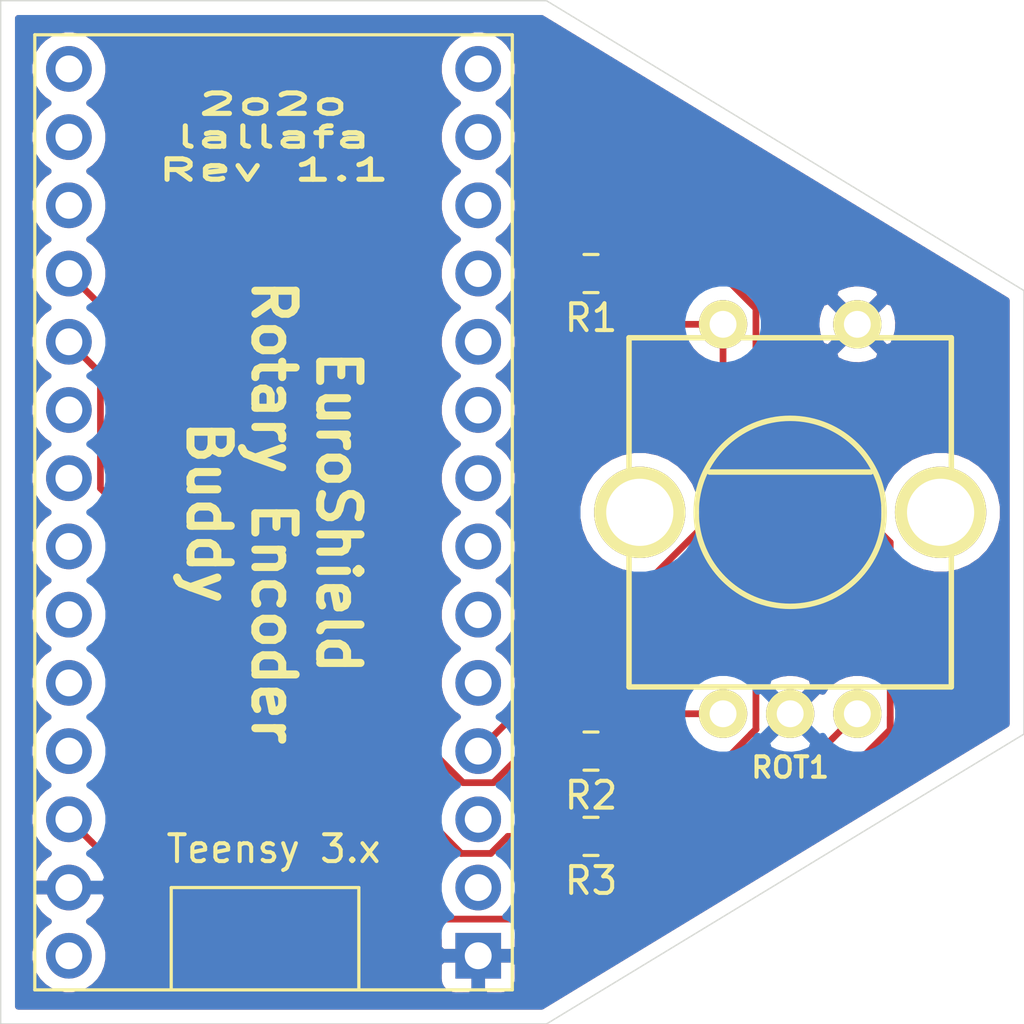
<source format=kicad_pcb>
(kicad_pcb (version 20171130) (host pcbnew "(5.1.5-0-10_14)")

  (general
    (thickness 1.6)
    (drawings 16)
    (tracks 51)
    (zones 0)
    (modules 6)
    (nets 28)
  )

  (page A4)
  (layers
    (0 F.Cu signal hide)
    (31 B.Cu signal hide)
    (32 B.Adhes user hide)
    (33 F.Adhes user hide)
    (34 B.Paste user hide)
    (35 F.Paste user hide)
    (36 B.SilkS user hide)
    (37 F.SilkS user)
    (38 B.Mask user hide)
    (39 F.Mask user hide)
    (40 Dwgs.User user hide)
    (41 Cmts.User user hide)
    (42 Eco1.User user hide)
    (43 Eco2.User user hide)
    (44 Edge.Cuts user)
    (45 Margin user hide)
    (46 B.CrtYd user hide)
    (47 F.CrtYd user hide)
    (48 B.Fab user hide)
    (49 F.Fab user hide)
  )

  (setup
    (last_trace_width 0.25)
    (trace_clearance 0.2)
    (zone_clearance 0.508)
    (zone_45_only no)
    (trace_min 0.2)
    (via_size 0.8)
    (via_drill 0.4)
    (via_min_size 0.4)
    (via_min_drill 0.3)
    (uvia_size 0.3)
    (uvia_drill 0.1)
    (uvias_allowed no)
    (uvia_min_size 0.2)
    (uvia_min_drill 0.1)
    (edge_width 0.05)
    (segment_width 0.2)
    (pcb_text_width 0.3)
    (pcb_text_size 1.5 1.5)
    (mod_edge_width 0.12)
    (mod_text_size 1 1)
    (mod_text_width 0.15)
    (pad_size 1.15 1.4)
    (pad_drill 0)
    (pad_to_mask_clearance 0.051)
    (solder_mask_min_width 0.25)
    (aux_axis_origin 0 0)
    (visible_elements FFFFFF7F)
    (pcbplotparams
      (layerselection 0x010fc_ffffffff)
      (usegerberextensions false)
      (usegerberattributes false)
      (usegerberadvancedattributes false)
      (creategerberjobfile false)
      (excludeedgelayer true)
      (linewidth 0.100000)
      (plotframeref false)
      (viasonmask false)
      (mode 1)
      (useauxorigin false)
      (hpglpennumber 1)
      (hpglpenspeed 20)
      (hpglpendiameter 15.000000)
      (psnegative false)
      (psa4output false)
      (plotreference true)
      (plotvalue true)
      (plotinvisibletext false)
      (padsonsilk false)
      (subtractmaskfromsilk false)
      (outputformat 1)
      (mirror false)
      (drillshape 0)
      (scaleselection 1)
      (outputdirectory "gerber/"))
  )

  (net 0 "")
  (net 1 /MISO)
  (net 2 /MCLK)
  (net 3 /CS)
  (net 4 /BCLK)
  (net 5 /DSP_RST)
  (net 6 /MOSI)
  (net 7 /LED4)
  (net 8 /LED3)
  (net 9 /LED2)
  (net 10 /LED1)
  (net 11 /BUTTON)
  (net 12 /MIDI_OUT)
  (net 13 /MIDI_IN)
  (net 14 /DOUT)
  (net 15 /SCK)
  (net 16 /DSP_C_S)
  (net 17 /ENC_B)
  (net 18 /ENC_A)
  (net 19 /SDA)
  (net 20 /SCL)
  (net 21 /UP_POT)
  (net 22 /LO_POT)
  (net 23 /DIN)
  (net 24 /LRCLK)
  (net 25 /VIN)
  (net 26 GND)
  (net 27 +3V3)

  (net_class Default "Dies ist die voreingestellte Netzklasse."
    (clearance 0.2)
    (trace_width 0.25)
    (via_dia 0.8)
    (via_drill 0.4)
    (uvia_dia 0.3)
    (uvia_drill 0.1)
    (add_net +3V3)
    (add_net /BCLK)
    (add_net /BUTTON)
    (add_net /CS)
    (add_net /DIN)
    (add_net /DOUT)
    (add_net /DSP_C_S)
    (add_net /DSP_RST)
    (add_net /ENC_A)
    (add_net /ENC_B)
    (add_net /LED1)
    (add_net /LED2)
    (add_net /LED3)
    (add_net /LED4)
    (add_net /LO_POT)
    (add_net /LRCLK)
    (add_net /MCLK)
    (add_net /MIDI_IN)
    (add_net /MIDI_OUT)
    (add_net /MISO)
    (add_net /MOSI)
    (add_net /SCK)
    (add_net /SCL)
    (add_net /SDA)
    (add_net /UP_POT)
    (add_net /VIN)
    (add_net GND)
  )

  (module Resistor_SMD:R_0805_2012Metric_Pad1.15x1.40mm_HandSolder (layer F.Cu) (tedit 5B36C52B) (tstamp 5F80C823)
    (at 154.06 99.695 180)
    (descr "Resistor SMD 0805 (2012 Metric), square (rectangular) end terminal, IPC_7351 nominal with elongated pad for handsoldering. (Body size source: https://docs.google.com/spreadsheets/d/1BsfQQcO9C6DZCsRaXUlFlo91Tg2WpOkGARC1WS5S8t0/edit?usp=sharing), generated with kicad-footprint-generator")
    (tags "resistor handsolder")
    (path /5F70B646)
    (attr smd)
    (fp_text reference R3 (at 0 -1.65) (layer F.SilkS)
      (effects (font (size 1 1) (thickness 0.15)))
    )
    (fp_text value 1K (at 0 1.65) (layer F.Fab)
      (effects (font (size 1 1) (thickness 0.15)))
    )
    (fp_text user %R (at 0 0) (layer F.Fab)
      (effects (font (size 0.5 0.5) (thickness 0.08)))
    )
    (fp_line (start 1.85 0.95) (end -1.85 0.95) (layer F.CrtYd) (width 0.05))
    (fp_line (start 1.85 -0.95) (end 1.85 0.95) (layer F.CrtYd) (width 0.05))
    (fp_line (start -1.85 -0.95) (end 1.85 -0.95) (layer F.CrtYd) (width 0.05))
    (fp_line (start -1.85 0.95) (end -1.85 -0.95) (layer F.CrtYd) (width 0.05))
    (fp_line (start -0.261252 0.71) (end 0.261252 0.71) (layer F.SilkS) (width 0.12))
    (fp_line (start -0.261252 -0.71) (end 0.261252 -0.71) (layer F.SilkS) (width 0.12))
    (fp_line (start 1 0.6) (end -1 0.6) (layer F.Fab) (width 0.1))
    (fp_line (start 1 -0.6) (end 1 0.6) (layer F.Fab) (width 0.1))
    (fp_line (start -1 -0.6) (end 1 -0.6) (layer F.Fab) (width 0.1))
    (fp_line (start -1 0.6) (end -1 -0.6) (layer F.Fab) (width 0.1))
    (pad 2 smd roundrect (at 1.025 0 180) (size 1.15 1.4) (layers F.Cu F.Paste F.Mask) (roundrect_rratio 0.217391)
      (net 18 /ENC_A))
    (pad 1 smd roundrect (at -1.025 0 180) (size 1.15 1.4) (layers F.Cu F.Paste F.Mask) (roundrect_rratio 0.217391)
      (net 27 +3V3))
    (model ${KISYS3DMOD}/Resistor_SMD.3dshapes/R_0805_2012Metric.wrl
      (at (xyz 0 0 0))
      (scale (xyz 1 1 1))
      (rotate (xyz 0 0 0))
    )
  )

  (module Connector_PinHeader_2.54mm:PinHeader_1x14_P2.54mm_Vertical_NoSilk (layer F.Cu) (tedit 5F5D18D8) (tstamp 5F84142A)
    (at 149.86 104.14 180)
    (descr "Through hole straight pin header, 1x14, 2.54mm pitch, single row")
    (tags "Through hole pin header THT 1x14 2.54mm single row")
    (path /5F5FF9D8)
    (fp_text reference J1 (at 0 -2.33) (layer F.SilkS) hide
      (effects (font (size 1 1) (thickness 0.15)))
    )
    (fp_text value T3_Left (at 0 35.35) (layer F.Fab) hide
      (effects (font (size 1 1) (thickness 0.15)))
    )
    (fp_line (start -0.635 -1.27) (end 1.27 -1.27) (layer F.Fab) (width 0.1))
    (fp_line (start 1.27 -1.27) (end 1.27 34.29) (layer F.Fab) (width 0.1))
    (fp_line (start 1.27 34.29) (end -1.27 34.29) (layer F.Fab) (width 0.1))
    (fp_line (start -1.27 34.29) (end -1.27 -0.635) (layer F.Fab) (width 0.1))
    (fp_line (start -1.27 -0.635) (end -0.635 -1.27) (layer F.Fab) (width 0.1))
    (fp_line (start -1.8 -1.8) (end -1.8 34.8) (layer F.CrtYd) (width 0.05))
    (fp_line (start -1.8 34.8) (end 1.8 34.8) (layer F.CrtYd) (width 0.05))
    (fp_line (start 1.8 34.8) (end 1.8 -1.8) (layer F.CrtYd) (width 0.05))
    (fp_line (start 1.8 -1.8) (end -1.8 -1.8) (layer F.CrtYd) (width 0.05))
    (fp_text user %R (at 0 16.51 90) (layer F.Fab)
      (effects (font (size 1 1) (thickness 0.15)))
    )
    (pad 1 thru_hole rect (at 0 0 180) (size 1.7 1.7) (drill 1) (layers *.Cu *.Mask)
      (net 26 GND))
    (pad 2 thru_hole oval (at 0 2.54 180) (size 1.7 1.7) (drill 1) (layers *.Cu *.Mask)
      (net 13 /MIDI_IN))
    (pad 3 thru_hole oval (at 0 5.08 180) (size 1.7 1.7) (drill 1) (layers *.Cu *.Mask)
      (net 12 /MIDI_OUT))
    (pad 4 thru_hole oval (at 0 7.62 180) (size 1.7 1.7) (drill 1) (layers *.Cu *.Mask)
      (net 11 /BUTTON))
    (pad 5 thru_hole oval (at 0 10.16 180) (size 1.7 1.7) (drill 1) (layers *.Cu *.Mask)
      (net 10 /LED1))
    (pad 6 thru_hole oval (at 0 12.7 180) (size 1.7 1.7) (drill 1) (layers *.Cu *.Mask)
      (net 9 /LED2))
    (pad 7 thru_hole oval (at 0 15.24 180) (size 1.7 1.7) (drill 1) (layers *.Cu *.Mask)
      (net 8 /LED3))
    (pad 8 thru_hole oval (at 0 17.78 180) (size 1.7 1.7) (drill 1) (layers *.Cu *.Mask)
      (net 7 /LED4))
    (pad 9 thru_hole oval (at 0 20.32 180) (size 1.7 1.7) (drill 1) (layers *.Cu *.Mask)
      (net 6 /MOSI))
    (pad 10 thru_hole oval (at 0 22.86 180) (size 1.7 1.7) (drill 1) (layers *.Cu *.Mask)
      (net 5 /DSP_RST))
    (pad 11 thru_hole oval (at 0 25.4 180) (size 1.7 1.7) (drill 1) (layers *.Cu *.Mask)
      (net 4 /BCLK))
    (pad 12 thru_hole oval (at 0 27.94 180) (size 1.7 1.7) (drill 1) (layers *.Cu *.Mask)
      (net 3 /CS))
    (pad 13 thru_hole oval (at 0 30.48 180) (size 1.7 1.7) (drill 1) (layers *.Cu *.Mask)
      (net 2 /MCLK))
    (pad 14 thru_hole oval (at 0 33.02 180) (size 1.7 1.7) (drill 1) (layers *.Cu *.Mask)
      (net 1 /MISO))
    (model ${KISYS3DMOD}/Connector_PinHeader_2.54mm.3dshapes/PinHeader_1x14_P2.54mm_Vertical.wrl
      (at (xyz 0 0 0))
      (scale (xyz 1 1 1))
      (rotate (xyz 0 0 0))
    )
  )

  (module cvparts:Rotary_Encoder_PEC12R-3220F-S0024 (layer F.Cu) (tedit 5F80B6DB) (tstamp 5F70D7AA)
    (at 161.474999 87.63)
    (path /5F6FE17E)
    (fp_text reference ROT1 (at 0 9.5) (layer F.SilkS)
      (effects (font (size 0.762 0.762) (thickness 0.1524)))
    )
    (fp_text value ROTARY-ENCODER (at 0 0) (layer F.SilkS) hide
      (effects (font (size 0.762 0.762) (thickness 0.1524)))
    )
    (fp_line (start 6 -6.5) (end 6 6.5) (layer F.SilkS) (width 0.2032))
    (fp_line (start -6 -6.5) (end 6 -6.5) (layer F.SilkS) (width 0.2032))
    (fp_line (start -6 6.5) (end -6 -6.5) (layer F.SilkS) (width 0.2032))
    (fp_line (start 6 6.5) (end -6 6.5) (layer F.SilkS) (width 0.2032))
    (fp_circle (center 0 0) (end 3.5 0) (layer F.SilkS) (width 0.2032))
    (fp_line (start 3 -1.5) (end -3 -1.5) (layer F.SilkS) (width 0.2032))
    (pad "" thru_hole circle (at -5.6 0) (size 3.4 3.4) (drill 2.5) (layers *.Cu *.Mask F.SilkS))
    (pad "" thru_hole circle (at 5.6 0) (size 3.4 3.4) (drill 2.5) (layers *.Cu *.Mask F.SilkS))
    (pad 5 thru_hole circle (at 2.5 -7) (size 1.8 1.8) (drill 1) (layers *.Cu *.Mask F.SilkS)
      (net 26 GND))
    (pad 4 thru_hole circle (at 2.5 7.5) (size 1.8 1.8) (drill 1) (layers *.Cu *.Mask F.SilkS)
      (net 18 /ENC_A))
    (pad 3 thru_hole circle (at 0 7.5) (size 1.8 1.8) (drill 1) (layers *.Cu *.Mask F.SilkS)
      (net 26 GND))
    (pad 2 thru_hole circle (at -2.5 7.5) (size 1.8 1.8) (drill 1) (layers *.Cu *.Mask F.SilkS)
      (net 17 /ENC_B))
    (pad 1 thru_hole circle (at -2.5 -7) (size 1.8 1.8) (drill 1) (layers *.Cu *.Mask F.SilkS)
      (net 11 /BUTTON))
  )

  (module Connector_PinHeader_2.54mm:PinHeader_1x14_P2.54mm_Vertical_NoSilk_NoPin1 (layer F.Cu) (tedit 5F5D18B6) (tstamp 5F5F7A6B)
    (at 134.62 104.14 180)
    (descr "Through hole straight pin header, 1x14, 2.54mm pitch, single row")
    (tags "Through hole pin header THT 1x14 2.54mm single row")
    (path /5F601FF7)
    (fp_text reference J2 (at 0 -2.33) (layer F.SilkS) hide
      (effects (font (size 1 1) (thickness 0.15)))
    )
    (fp_text value T3_Right (at 0 35.35) (layer F.Fab)
      (effects (font (size 1 1) (thickness 0.15)))
    )
    (fp_text user %R (at 0 16.51 90) (layer F.Fab)
      (effects (font (size 1 1) (thickness 0.15)))
    )
    (fp_line (start 1.8 -1.8) (end -1.8 -1.8) (layer F.CrtYd) (width 0.05))
    (fp_line (start 1.8 34.8) (end 1.8 -1.8) (layer F.CrtYd) (width 0.05))
    (fp_line (start -1.8 34.8) (end 1.8 34.8) (layer F.CrtYd) (width 0.05))
    (fp_line (start -1.8 -1.8) (end -1.8 34.8) (layer F.CrtYd) (width 0.05))
    (fp_line (start -1.27 -0.635) (end -0.635 -1.27) (layer F.Fab) (width 0.1))
    (fp_line (start -1.27 34.29) (end -1.27 -0.635) (layer F.Fab) (width 0.1))
    (fp_line (start 1.27 34.29) (end -1.27 34.29) (layer F.Fab) (width 0.1))
    (fp_line (start 1.27 -1.27) (end 1.27 34.29) (layer F.Fab) (width 0.1))
    (fp_line (start -0.635 -1.27) (end 1.27 -1.27) (layer F.Fab) (width 0.1))
    (pad 14 thru_hole oval (at 0 33.02 180) (size 1.7 1.7) (drill 1) (layers *.Cu *.Mask)
      (net 14 /DOUT))
    (pad 13 thru_hole oval (at 0 30.48 180) (size 1.7 1.7) (drill 1) (layers *.Cu *.Mask)
      (net 15 /SCK))
    (pad 12 thru_hole oval (at 0 27.94 180) (size 1.7 1.7) (drill 1) (layers *.Cu *.Mask)
      (net 16 /DSP_C_S))
    (pad 11 thru_hole oval (at 0 25.4 180) (size 1.7 1.7) (drill 1) (layers *.Cu *.Mask)
      (net 17 /ENC_B))
    (pad 10 thru_hole oval (at 0 22.86 180) (size 1.7 1.7) (drill 1) (layers *.Cu *.Mask)
      (net 18 /ENC_A))
    (pad 9 thru_hole oval (at 0 20.32 180) (size 1.7 1.7) (drill 1) (layers *.Cu *.Mask)
      (net 19 /SDA))
    (pad 8 thru_hole oval (at 0 17.78 180) (size 1.7 1.7) (drill 1) (layers *.Cu *.Mask)
      (net 20 /SCL))
    (pad 7 thru_hole oval (at 0 15.24 180) (size 1.7 1.7) (drill 1) (layers *.Cu *.Mask)
      (net 21 /UP_POT))
    (pad 6 thru_hole oval (at 0 12.7 180) (size 1.7 1.7) (drill 1) (layers *.Cu *.Mask)
      (net 22 /LO_POT))
    (pad 5 thru_hole oval (at 0 10.16 180) (size 1.7 1.7) (drill 1) (layers *.Cu *.Mask)
      (net 23 /DIN))
    (pad 4 thru_hole oval (at 0 7.62 180) (size 1.7 1.7) (drill 1) (layers *.Cu *.Mask)
      (net 24 /LRCLK))
    (pad 3 thru_hole oval (at 0 5.08 180) (size 1.7 1.7) (drill 1) (layers *.Cu *.Mask)
      (net 27 +3V3))
    (pad 2 thru_hole oval (at 0 2.54 180) (size 1.7 1.7) (drill 1) (layers *.Cu *.Mask)
      (net 26 GND))
    (pad 1 thru_hole oval (at 0 0 180) (size 1.7 1.7) (drill 1) (layers *.Cu *.Mask)
      (net 25 /VIN))
    (model ${KISYS3DMOD}/Connector_PinHeader_2.54mm.3dshapes/PinHeader_1x14_P2.54mm_Vertical.wrl
      (at (xyz 0 0 0))
      (scale (xyz 1 1 1))
      (rotate (xyz 0 0 0))
    )
  )

  (module Resistor_SMD:R_0805_2012Metric_Pad1.15x1.40mm_HandSolder (layer F.Cu) (tedit 5B36C52B) (tstamp 5F80C4F6)
    (at 154.06 96.52 180)
    (descr "Resistor SMD 0805 (2012 Metric), square (rectangular) end terminal, IPC_7351 nominal with elongated pad for handsoldering. (Body size source: https://docs.google.com/spreadsheets/d/1BsfQQcO9C6DZCsRaXUlFlo91Tg2WpOkGARC1WS5S8t0/edit?usp=sharing), generated with kicad-footprint-generator")
    (tags "resistor handsolder")
    (path /5F70B0D5)
    (attr smd)
    (fp_text reference R2 (at 0 -1.65) (layer F.SilkS)
      (effects (font (size 1 1) (thickness 0.15)))
    )
    (fp_text value 1K (at 0 1.65) (layer F.Fab)
      (effects (font (size 1 1) (thickness 0.15)))
    )
    (fp_text user %R (at 0 0) (layer F.Fab)
      (effects (font (size 0.5 0.5) (thickness 0.08)))
    )
    (fp_line (start 1.85 0.95) (end -1.85 0.95) (layer F.CrtYd) (width 0.05))
    (fp_line (start 1.85 -0.95) (end 1.85 0.95) (layer F.CrtYd) (width 0.05))
    (fp_line (start -1.85 -0.95) (end 1.85 -0.95) (layer F.CrtYd) (width 0.05))
    (fp_line (start -1.85 0.95) (end -1.85 -0.95) (layer F.CrtYd) (width 0.05))
    (fp_line (start -0.261252 0.71) (end 0.261252 0.71) (layer F.SilkS) (width 0.12))
    (fp_line (start -0.261252 -0.71) (end 0.261252 -0.71) (layer F.SilkS) (width 0.12))
    (fp_line (start 1 0.6) (end -1 0.6) (layer F.Fab) (width 0.1))
    (fp_line (start 1 -0.6) (end 1 0.6) (layer F.Fab) (width 0.1))
    (fp_line (start -1 -0.6) (end 1 -0.6) (layer F.Fab) (width 0.1))
    (fp_line (start -1 0.6) (end -1 -0.6) (layer F.Fab) (width 0.1))
    (pad 2 smd roundrect (at 1.025 0 180) (size 1.15 1.4) (layers F.Cu F.Paste F.Mask) (roundrect_rratio 0.217391)
      (net 17 /ENC_B))
    (pad 1 smd roundrect (at -1.025 0 180) (size 1.15 1.4) (layers F.Cu F.Paste F.Mask) (roundrect_rratio 0.217391)
      (net 27 +3V3))
    (model ${KISYS3DMOD}/Resistor_SMD.3dshapes/R_0805_2012Metric.wrl
      (at (xyz 0 0 0))
      (scale (xyz 1 1 1))
      (rotate (xyz 0 0 0))
    )
  )

  (module Resistor_SMD:R_0805_2012Metric_Pad1.15x1.40mm_HandSolder (layer F.Cu) (tedit 5B36C52B) (tstamp 5F70D777)
    (at 154.06 78.74 180)
    (descr "Resistor SMD 0805 (2012 Metric), square (rectangular) end terminal, IPC_7351 nominal with elongated pad for handsoldering. (Body size source: https://docs.google.com/spreadsheets/d/1BsfQQcO9C6DZCsRaXUlFlo91Tg2WpOkGARC1WS5S8t0/edit?usp=sharing), generated with kicad-footprint-generator")
    (tags "resistor handsolder")
    (path /5F70A1D6)
    (attr smd)
    (fp_text reference R1 (at 0 -1.65) (layer F.SilkS)
      (effects (font (size 1 1) (thickness 0.15)))
    )
    (fp_text value 1K (at 0 1.65) (layer F.Fab)
      (effects (font (size 1 1) (thickness 0.15)))
    )
    (fp_text user %R (at 0 0) (layer F.Fab)
      (effects (font (size 0.5 0.5) (thickness 0.08)))
    )
    (fp_line (start 1.85 0.95) (end -1.85 0.95) (layer F.CrtYd) (width 0.05))
    (fp_line (start 1.85 -0.95) (end 1.85 0.95) (layer F.CrtYd) (width 0.05))
    (fp_line (start -1.85 -0.95) (end 1.85 -0.95) (layer F.CrtYd) (width 0.05))
    (fp_line (start -1.85 0.95) (end -1.85 -0.95) (layer F.CrtYd) (width 0.05))
    (fp_line (start -0.261252 0.71) (end 0.261252 0.71) (layer F.SilkS) (width 0.12))
    (fp_line (start -0.261252 -0.71) (end 0.261252 -0.71) (layer F.SilkS) (width 0.12))
    (fp_line (start 1 0.6) (end -1 0.6) (layer F.Fab) (width 0.1))
    (fp_line (start 1 -0.6) (end 1 0.6) (layer F.Fab) (width 0.1))
    (fp_line (start -1 -0.6) (end 1 -0.6) (layer F.Fab) (width 0.1))
    (fp_line (start -1 0.6) (end -1 -0.6) (layer F.Fab) (width 0.1))
    (pad 2 smd roundrect (at 1.025 0 180) (size 1.15 1.4) (layers F.Cu F.Paste F.Mask) (roundrect_rratio 0.217391)
      (net 11 /BUTTON))
    (pad 1 smd roundrect (at -1.025 0 180) (size 1.15 1.4) (layers F.Cu F.Paste F.Mask) (roundrect_rratio 0.217391)
      (net 27 +3V3))
    (model ${KISYS3DMOD}/Resistor_SMD.3dshapes/R_0805_2012Metric.wrl
      (at (xyz 0 0 0))
      (scale (xyz 1 1 1))
      (rotate (xyz 0 0 0))
    )
  )

  (gr_line (start 170.18 95.885) (end 152.4 106.68) (layer Edge.Cuts) (width 0.05) (tstamp 5F70D938))
  (gr_line (start 170.18 79.375) (end 170.18 95.885) (layer Edge.Cuts) (width 0.05))
  (gr_line (start 152.4 68.58) (end 170.18 79.375) (layer Edge.Cuts) (width 0.05))
  (gr_text "2o2o\nlallafa\nRev 1.1\n" (at 142.24 73.66) (layer F.SilkS)
    (effects (font (size 0.762 1.5) (thickness 0.1905)))
  )
  (gr_text "EuroShield\nRotary Encoder\nBuddy" (at 142.24 87.63 270) (layer F.SilkS)
    (effects (font (size 1.5 1.5) (thickness 0.3)))
  )
  (gr_text "Teensy 3.x\n\n" (at 142.24 100.965) (layer F.SilkS)
    (effects (font (size 1 1) (thickness 0.15)))
  )
  (gr_line (start 138.43 101.6) (end 138.43 105.41) (layer F.SilkS) (width 0.12))
  (gr_line (start 145.415 101.6) (end 138.43 101.6) (layer F.SilkS) (width 0.12))
  (gr_line (start 145.415 105.41) (end 145.415 101.6) (layer F.SilkS) (width 0.12))
  (gr_line (start 151.13 69.85) (end 151.13 105.41) (layer F.SilkS) (width 0.12) (tstamp 5F65406F))
  (gr_line (start 133.35 69.85) (end 151.13 69.85) (layer F.SilkS) (width 0.12))
  (gr_line (start 133.35 105.41) (end 133.35 69.85) (layer F.SilkS) (width 0.12))
  (gr_line (start 151.13 105.41) (end 133.35 105.41) (layer F.SilkS) (width 0.12) (tstamp 5F653CD7))
  (gr_line (start 132.08 106.68) (end 132.08 68.58) (angle 90) (layer Edge.Cuts) (width 0.05))
  (gr_line (start 152.4 106.68) (end 132.08 106.68) (angle 90) (layer Edge.Cuts) (width 0.05))
  (gr_line (start 132.08 68.58) (end 152.4 68.58) (angle 90) (layer Edge.Cuts) (width 0.05))

  (segment (start 158.974999 87.405001) (end 149.86 96.52) (width 0.25) (layer F.Cu) (net 11))
  (segment (start 158.974999 80.63) (end 158.974999 87.405001) (width 0.25) (layer F.Cu) (net 11))
  (segment (start 153.035 79.44) (end 153.035 78.74) (width 0.25) (layer F.Cu) (net 11))
  (segment (start 154.225 80.63) (end 153.035 79.44) (width 0.25) (layer F.Cu) (net 11))
  (segment (start 158.974999 80.63) (end 154.225 80.63) (width 0.25) (layer F.Cu) (net 11))
  (segment (start 151.599002 96.52) (end 153.035 96.52) (width 0.25) (layer F.Cu) (net 17))
  (segment (start 150.424001 97.695001) (end 151.599002 96.52) (width 0.25) (layer F.Cu) (net 17))
  (segment (start 149.295999 97.695001) (end 150.424001 97.695001) (width 0.25) (layer F.Cu) (net 17))
  (segment (start 136.245011 84.644013) (end 149.295999 97.695001) (width 0.25) (layer F.Cu) (net 17))
  (segment (start 136.245011 80.365011) (end 136.245011 84.644013) (width 0.25) (layer F.Cu) (net 17))
  (segment (start 134.62 78.74) (end 136.245011 80.365011) (width 0.25) (layer F.Cu) (net 17))
  (segment (start 157.702207 95.13) (end 158.974999 95.13) (width 0.25) (layer F.Cu) (net 17))
  (segment (start 153.725 95.13) (end 157.702207 95.13) (width 0.25) (layer F.Cu) (net 17))
  (segment (start 153.035 95.82) (end 153.725 95.13) (width 0.25) (layer F.Cu) (net 17))
  (segment (start 153.035 96.52) (end 153.035 95.82) (width 0.25) (layer F.Cu) (net 17))
  (segment (start 135.795001 82.455001) (end 135.469999 82.129999) (width 0.25) (layer F.Cu) (net 18))
  (segment (start 135.795001 86.734003) (end 135.795001 82.455001) (width 0.25) (layer F.Cu) (net 18))
  (segment (start 135.469999 82.129999) (end 134.62 81.28) (width 0.25) (layer F.Cu) (net 18))
  (segment (start 149.225 100.33) (end 135.795001 86.734003) (width 0.25) (layer F.Cu) (net 18))
  (segment (start 150.964002 99.695) (end 150.329002 100.33) (width 0.25) (layer F.Cu) (net 18))
  (segment (start 150.329002 100.33) (end 149.225 100.33) (width 0.25) (layer F.Cu) (net 18))
  (segment (start 153.035 99.695) (end 150.964002 99.695) (width 0.25) (layer F.Cu) (net 18))
  (segment (start 161.499037 97.605962) (end 163.075 96.029999) (width 0.25) (layer F.Cu) (net 18))
  (segment (start 163.075 96.029999) (end 163.974999 95.13) (width 0.25) (layer F.Cu) (net 18))
  (segment (start 154.424038 97.605962) (end 161.499037 97.605962) (width 0.25) (layer F.Cu) (net 18))
  (segment (start 153.035 98.995) (end 154.424038 97.605962) (width 0.25) (layer F.Cu) (net 18))
  (segment (start 153.035 99.695) (end 153.035 98.995) (width 0.25) (layer F.Cu) (net 18))
  (segment (start 154.94 78.105) (end 154.94 78.805) (width 0.25) (layer F.Cu) (net 27))
  (segment (start 160.2 83.752003) (end 160.2 80.041999) (width 0.25) (layer F.Cu) (net 27))
  (segment (start 165.2 88.752003) (end 160.2 83.752003) (width 0.25) (layer F.Cu) (net 27))
  (segment (start 165.2 95.718001) (end 165.2 88.752003) (width 0.25) (layer F.Cu) (net 27))
  (segment (start 156.845 97.155) (end 158.763001 97.155) (width 0.25) (layer F.Cu) (net 27))
  (segment (start 160.2 83.752003) (end 160.2 95.705) (width 0.25) (layer F.Cu) (net 27))
  (segment (start 160.02 95.885) (end 160.2 95.718001) (width 0.25) (layer F.Cu) (net 27))
  (segment (start 160.2 95.705) (end 160.02 95.885) (width 0.25) (layer F.Cu) (net 27))
  (segment (start 158.763001 97.155) (end 160.02 95.885) (width 0.25) (layer F.Cu) (net 27))
  (segment (start 158.898001 78.74) (end 155.085 78.74) (width 0.25) (layer F.Cu) (net 27))
  (segment (start 160.2 80.041999) (end 158.898001 78.74) (width 0.25) (layer F.Cu) (net 27))
  (segment (start 156.21 96.52) (end 155.085 96.52) (width 0.25) (layer F.Cu) (net 27))
  (segment (start 156.845 97.155) (end 156.21 96.52) (width 0.25) (layer F.Cu) (net 27))
  (segment (start 138.335001 102.775001) (end 135.469999 99.909999) (width 0.25) (layer F.Cu) (net 27))
  (segment (start 135.469999 99.909999) (end 134.62 99.06) (width 0.25) (layer F.Cu) (net 27))
  (segment (start 153.339999 102.775001) (end 138.335001 102.775001) (width 0.25) (layer F.Cu) (net 27))
  (segment (start 155.085 101.03) (end 153.339999 102.775001) (width 0.25) (layer F.Cu) (net 27))
  (segment (start 155.085 99.695) (end 155.085 101.03) (width 0.25) (layer F.Cu) (net 27))
  (segment (start 155.085 99.695) (end 156.845 99.695) (width 0.25) (layer F.Cu) (net 27))
  (segment (start 156.845 99.695) (end 158.115 98.425) (width 0.25) (layer F.Cu) (net 27))
  (segment (start 162.862029 98.055972) (end 165.2 95.718001) (width 0.25) (layer F.Cu) (net 27))
  (segment (start 158.484028 98.055972) (end 162.862029 98.055972) (width 0.25) (layer F.Cu) (net 27))
  (segment (start 165.2 95.718001) (end 165.2 95.25) (width 0.25) (layer F.Cu) (net 27))
  (segment (start 158.115 98.425) (end 158.484028 98.055972) (width 0.25) (layer F.Cu) (net 27))

  (zone (net 26) (net_name GND) (layer F.Cu) (tstamp 0) (hatch edge 0.508)
    (connect_pads (clearance 0.508))
    (min_thickness 0.254)
    (fill yes (arc_segments 32) (thermal_gap 0.508) (thermal_bridge_width 0.508))
    (polygon
      (pts
        (xy 170.18 79.375) (xy 170.18 95.885) (xy 152.4 106.68) (xy 132.08 106.68) (xy 132.08 68.58)
        (xy 152.4 68.58)
      )
    )
    (filled_polygon
      (pts
        (xy 169.52 79.746407) (xy 169.520001 95.513592) (xy 152.21533 106.02) (xy 132.74 106.02) (xy 132.74 70.97374)
        (xy 133.135 70.97374) (xy 133.135 71.26626) (xy 133.192068 71.553158) (xy 133.30401 71.823411) (xy 133.466525 72.066632)
        (xy 133.673368 72.273475) (xy 133.84776 72.39) (xy 133.673368 72.506525) (xy 133.466525 72.713368) (xy 133.30401 72.956589)
        (xy 133.192068 73.226842) (xy 133.135 73.51374) (xy 133.135 73.80626) (xy 133.192068 74.093158) (xy 133.30401 74.363411)
        (xy 133.466525 74.606632) (xy 133.673368 74.813475) (xy 133.84776 74.93) (xy 133.673368 75.046525) (xy 133.466525 75.253368)
        (xy 133.30401 75.496589) (xy 133.192068 75.766842) (xy 133.135 76.05374) (xy 133.135 76.34626) (xy 133.192068 76.633158)
        (xy 133.30401 76.903411) (xy 133.466525 77.146632) (xy 133.673368 77.353475) (xy 133.84776 77.47) (xy 133.673368 77.586525)
        (xy 133.466525 77.793368) (xy 133.30401 78.036589) (xy 133.192068 78.306842) (xy 133.135 78.59374) (xy 133.135 78.88626)
        (xy 133.192068 79.173158) (xy 133.30401 79.443411) (xy 133.466525 79.686632) (xy 133.673368 79.893475) (xy 133.84776 80.01)
        (xy 133.673368 80.126525) (xy 133.466525 80.333368) (xy 133.30401 80.576589) (xy 133.192068 80.846842) (xy 133.135 81.13374)
        (xy 133.135 81.42626) (xy 133.192068 81.713158) (xy 133.30401 81.983411) (xy 133.466525 82.226632) (xy 133.673368 82.433475)
        (xy 133.84776 82.55) (xy 133.673368 82.666525) (xy 133.466525 82.873368) (xy 133.30401 83.116589) (xy 133.192068 83.386842)
        (xy 133.135 83.67374) (xy 133.135 83.96626) (xy 133.192068 84.253158) (xy 133.30401 84.523411) (xy 133.466525 84.766632)
        (xy 133.673368 84.973475) (xy 133.84776 85.09) (xy 133.673368 85.206525) (xy 133.466525 85.413368) (xy 133.30401 85.656589)
        (xy 133.192068 85.926842) (xy 133.135 86.21374) (xy 133.135 86.50626) (xy 133.192068 86.793158) (xy 133.30401 87.063411)
        (xy 133.466525 87.306632) (xy 133.673368 87.513475) (xy 133.84776 87.63) (xy 133.673368 87.746525) (xy 133.466525 87.953368)
        (xy 133.30401 88.196589) (xy 133.192068 88.466842) (xy 133.135 88.75374) (xy 133.135 89.04626) (xy 133.192068 89.333158)
        (xy 133.30401 89.603411) (xy 133.466525 89.846632) (xy 133.673368 90.053475) (xy 133.84776 90.17) (xy 133.673368 90.286525)
        (xy 133.466525 90.493368) (xy 133.30401 90.736589) (xy 133.192068 91.006842) (xy 133.135 91.29374) (xy 133.135 91.58626)
        (xy 133.192068 91.873158) (xy 133.30401 92.143411) (xy 133.466525 92.386632) (xy 133.673368 92.593475) (xy 133.84776 92.71)
        (xy 133.673368 92.826525) (xy 133.466525 93.033368) (xy 133.30401 93.276589) (xy 133.192068 93.546842) (xy 133.135 93.83374)
        (xy 133.135 94.12626) (xy 133.192068 94.413158) (xy 133.30401 94.683411) (xy 133.466525 94.926632) (xy 133.673368 95.133475)
        (xy 133.84776 95.25) (xy 133.673368 95.366525) (xy 133.466525 95.573368) (xy 133.30401 95.816589) (xy 133.192068 96.086842)
        (xy 133.135 96.37374) (xy 133.135 96.66626) (xy 133.192068 96.953158) (xy 133.30401 97.223411) (xy 133.466525 97.466632)
        (xy 133.673368 97.673475) (xy 133.84776 97.79) (xy 133.673368 97.906525) (xy 133.466525 98.113368) (xy 133.30401 98.356589)
        (xy 133.192068 98.626842) (xy 133.135 98.91374) (xy 133.135 99.20626) (xy 133.192068 99.493158) (xy 133.30401 99.763411)
        (xy 133.466525 100.006632) (xy 133.673368 100.213475) (xy 133.855534 100.335195) (xy 133.738645 100.404822) (xy 133.522412 100.599731)
        (xy 133.348359 100.83308) (xy 133.223175 101.095901) (xy 133.178524 101.24311) (xy 133.299845 101.473) (xy 134.493 101.473)
        (xy 134.493 101.453) (xy 134.747 101.453) (xy 134.747 101.473) (xy 134.767 101.473) (xy 134.767 101.727)
        (xy 134.747 101.727) (xy 134.747 101.747) (xy 134.493 101.747) (xy 134.493 101.727) (xy 133.299845 101.727)
        (xy 133.178524 101.95689) (xy 133.223175 102.104099) (xy 133.348359 102.36692) (xy 133.522412 102.600269) (xy 133.738645 102.795178)
        (xy 133.855534 102.864805) (xy 133.673368 102.986525) (xy 133.466525 103.193368) (xy 133.30401 103.436589) (xy 133.192068 103.706842)
        (xy 133.135 103.99374) (xy 133.135 104.28626) (xy 133.192068 104.573158) (xy 133.30401 104.843411) (xy 133.466525 105.086632)
        (xy 133.673368 105.293475) (xy 133.916589 105.45599) (xy 134.186842 105.567932) (xy 134.47374 105.625) (xy 134.76626 105.625)
        (xy 135.053158 105.567932) (xy 135.323411 105.45599) (xy 135.566632 105.293475) (xy 135.773475 105.086632) (xy 135.838042 104.99)
        (xy 148.371928 104.99) (xy 148.384188 105.114482) (xy 148.420498 105.23418) (xy 148.479463 105.344494) (xy 148.558815 105.441185)
        (xy 148.655506 105.520537) (xy 148.76582 105.579502) (xy 148.885518 105.615812) (xy 149.01 105.628072) (xy 149.57425 105.625)
        (xy 149.733 105.46625) (xy 149.733 104.267) (xy 149.987 104.267) (xy 149.987 105.46625) (xy 150.14575 105.625)
        (xy 150.71 105.628072) (xy 150.834482 105.615812) (xy 150.95418 105.579502) (xy 151.064494 105.520537) (xy 151.161185 105.441185)
        (xy 151.240537 105.344494) (xy 151.299502 105.23418) (xy 151.335812 105.114482) (xy 151.348072 104.99) (xy 151.345 104.42575)
        (xy 151.18625 104.267) (xy 149.987 104.267) (xy 149.733 104.267) (xy 148.53375 104.267) (xy 148.375 104.42575)
        (xy 148.371928 104.99) (xy 135.838042 104.99) (xy 135.93599 104.843411) (xy 136.047932 104.573158) (xy 136.105 104.28626)
        (xy 136.105 103.99374) (xy 136.047932 103.706842) (xy 135.93599 103.436589) (xy 135.773475 103.193368) (xy 135.566632 102.986525)
        (xy 135.384466 102.864805) (xy 135.501355 102.795178) (xy 135.717588 102.600269) (xy 135.891641 102.36692) (xy 136.016825 102.104099)
        (xy 136.061476 101.95689) (xy 135.940156 101.727002) (xy 136.105 101.727002) (xy 136.105 101.619801) (xy 137.771202 103.286004)
        (xy 137.795 103.315002) (xy 137.910725 103.409975) (xy 138.042754 103.480547) (xy 138.186015 103.524004) (xy 138.297668 103.535001)
        (xy 138.297676 103.535001) (xy 138.335001 103.538677) (xy 138.372326 103.535001) (xy 148.373262 103.535001) (xy 148.375 103.85425)
        (xy 148.53375 104.013) (xy 149.733 104.013) (xy 149.733 103.993) (xy 149.987 103.993) (xy 149.987 104.013)
        (xy 151.18625 104.013) (xy 151.345 103.85425) (xy 151.346738 103.535001) (xy 153.302677 103.535001) (xy 153.339999 103.538677)
        (xy 153.377321 103.535001) (xy 153.377332 103.535001) (xy 153.488985 103.524004) (xy 153.632246 103.480547) (xy 153.764275 103.409975)
        (xy 153.88 103.315002) (xy 153.903803 103.285998) (xy 155.596003 101.593799) (xy 155.625001 101.570001) (xy 155.704608 101.473)
        (xy 155.719974 101.454277) (xy 155.790546 101.322247) (xy 155.834003 101.178986) (xy 155.845 101.067333) (xy 155.845 101.067324)
        (xy 155.848676 101.030001) (xy 155.845 100.992678) (xy 155.845 100.914614) (xy 155.903387 100.883405) (xy 156.037962 100.772962)
        (xy 156.148405 100.638387) (xy 156.230472 100.484851) (xy 156.239527 100.455) (xy 156.807678 100.455) (xy 156.845 100.458676)
        (xy 156.882322 100.455) (xy 156.882333 100.455) (xy 156.993986 100.444003) (xy 157.137247 100.400546) (xy 157.269276 100.329974)
        (xy 157.385001 100.235001) (xy 157.408804 100.205997) (xy 158.678799 98.936003) (xy 158.678803 98.935998) (xy 158.798829 98.815972)
        (xy 162.824707 98.815972) (xy 162.862029 98.819648) (xy 162.899351 98.815972) (xy 162.899362 98.815972) (xy 163.011015 98.804975)
        (xy 163.154276 98.761518) (xy 163.286305 98.690946) (xy 163.40203 98.595973) (xy 163.425833 98.566969) (xy 165.711004 96.281799)
        (xy 165.740001 96.258002) (xy 165.834974 96.142277) (xy 165.905546 96.010248) (xy 165.949003 95.866987) (xy 165.96 95.755334)
        (xy 165.96 95.755325) (xy 165.963676 95.718002) (xy 165.96 95.680679) (xy 165.96 89.693262) (xy 165.968962 89.69925)
        (xy 166.393905 89.875267) (xy 166.845022 89.965) (xy 167.304976 89.965) (xy 167.756093 89.875267) (xy 168.181036 89.69925)
        (xy 168.563475 89.443713) (xy 168.888712 89.118476) (xy 169.144249 88.736037) (xy 169.320266 88.311094) (xy 169.409999 87.859977)
        (xy 169.409999 87.400023) (xy 169.320266 86.948906) (xy 169.144249 86.523963) (xy 168.888712 86.141524) (xy 168.563475 85.816287)
        (xy 168.181036 85.56075) (xy 167.756093 85.384733) (xy 167.304976 85.295) (xy 166.845022 85.295) (xy 166.393905 85.384733)
        (xy 165.968962 85.56075) (xy 165.586523 85.816287) (xy 165.261286 86.141524) (xy 165.005749 86.523963) (xy 164.829732 86.948906)
        (xy 164.770331 87.247533) (xy 160.96 83.437202) (xy 160.96 81.69408) (xy 163.090524 81.69408) (xy 163.174207 81.948261)
        (xy 163.446774 82.079158) (xy 163.739641 82.154365) (xy 164.041552 82.170991) (xy 164.340906 82.128397) (xy 164.626198 82.028222)
        (xy 164.775791 81.948261) (xy 164.859474 81.69408) (xy 163.974999 80.809605) (xy 163.090524 81.69408) (xy 160.96 81.69408)
        (xy 160.96 80.696553) (xy 162.434008 80.696553) (xy 162.476602 80.995907) (xy 162.576777 81.281199) (xy 162.656738 81.430792)
        (xy 162.910919 81.514475) (xy 163.795394 80.63) (xy 164.154604 80.63) (xy 165.039079 81.514475) (xy 165.29326 81.430792)
        (xy 165.424157 81.158225) (xy 165.499364 80.865358) (xy 165.51599 80.563447) (xy 165.473396 80.264093) (xy 165.373221 79.978801)
        (xy 165.29326 79.829208) (xy 165.039079 79.745525) (xy 164.154604 80.63) (xy 163.795394 80.63) (xy 162.910919 79.745525)
        (xy 162.656738 79.829208) (xy 162.525841 80.101775) (xy 162.450634 80.394642) (xy 162.434008 80.696553) (xy 160.96 80.696553)
        (xy 160.96 80.079324) (xy 160.963676 80.041999) (xy 160.96 80.004674) (xy 160.96 80.004666) (xy 160.949003 79.893013)
        (xy 160.905546 79.749752) (xy 160.834974 79.617723) (xy 160.792461 79.56592) (xy 163.090524 79.56592) (xy 163.974999 80.450395)
        (xy 164.859474 79.56592) (xy 164.775791 79.311739) (xy 164.503224 79.180842) (xy 164.210357 79.105635) (xy 163.908446 79.089009)
        (xy 163.609092 79.131603) (xy 163.3238 79.231778) (xy 163.174207 79.311739) (xy 163.090524 79.56592) (xy 160.792461 79.56592)
        (xy 160.740001 79.501998) (xy 160.711003 79.4782) (xy 159.461805 78.229003) (xy 159.438002 78.199999) (xy 159.322277 78.105026)
        (xy 159.190248 78.034454) (xy 159.046987 77.990997) (xy 158.935334 77.98) (xy 158.935323 77.98) (xy 158.898001 77.976324)
        (xy 158.860679 77.98) (xy 156.239527 77.98) (xy 156.230472 77.950149) (xy 156.148405 77.796613) (xy 156.037962 77.662038)
        (xy 155.903387 77.551595) (xy 155.749851 77.469528) (xy 155.583255 77.418992) (xy 155.410001 77.401928) (xy 155.236874 77.401928)
        (xy 155.232246 77.399454) (xy 155.088985 77.355997) (xy 154.94 77.341323) (xy 154.791014 77.355997) (xy 154.647753 77.399454)
        (xy 154.616725 77.416039) (xy 154.586745 77.418992) (xy 154.420149 77.469528) (xy 154.266613 77.551595) (xy 154.132038 77.662038)
        (xy 154.06 77.749816) (xy 153.987962 77.662038) (xy 153.853387 77.551595) (xy 153.699851 77.469528) (xy 153.533255 77.418992)
        (xy 153.360001 77.401928) (xy 152.709999 77.401928) (xy 152.536745 77.418992) (xy 152.370149 77.469528) (xy 152.216613 77.551595)
        (xy 152.082038 77.662038) (xy 151.971595 77.796613) (xy 151.889528 77.950149) (xy 151.838992 78.116745) (xy 151.821928 78.289999)
        (xy 151.821928 79.190001) (xy 151.838992 79.363255) (xy 151.889528 79.529851) (xy 151.971595 79.683387) (xy 152.082038 79.817962)
        (xy 152.216613 79.928405) (xy 152.370149 80.010472) (xy 152.536745 80.061008) (xy 152.586064 80.065866) (xy 153.661201 81.141003)
        (xy 153.684999 81.170001) (xy 153.713997 81.193799) (xy 153.800723 81.264974) (xy 153.831078 81.281199) (xy 153.932753 81.335546)
        (xy 154.076014 81.379003) (xy 154.187667 81.39) (xy 154.187676 81.39) (xy 154.224999 81.393676) (xy 154.262322 81.39)
        (xy 157.636686 81.39) (xy 157.782687 81.608505) (xy 157.996494 81.822312) (xy 158.214999 81.968313) (xy 158.215 87.090198)
        (xy 158.159425 87.145773) (xy 158.120266 86.948906) (xy 157.944249 86.523963) (xy 157.688712 86.141524) (xy 157.363475 85.816287)
        (xy 156.981036 85.56075) (xy 156.556093 85.384733) (xy 156.104976 85.295) (xy 155.645022 85.295) (xy 155.193905 85.384733)
        (xy 154.768962 85.56075) (xy 154.386523 85.816287) (xy 154.061286 86.141524) (xy 153.805749 86.523963) (xy 153.629732 86.948906)
        (xy 153.539999 87.400023) (xy 153.539999 87.859977) (xy 153.629732 88.311094) (xy 153.805749 88.736037) (xy 154.061286 89.118476)
        (xy 154.386523 89.443713) (xy 154.768962 89.69925) (xy 155.193905 89.875267) (xy 155.390772 89.914426) (xy 151.345 93.960199)
        (xy 151.345 93.83374) (xy 151.287932 93.546842) (xy 151.17599 93.276589) (xy 151.013475 93.033368) (xy 150.806632 92.826525)
        (xy 150.63224 92.71) (xy 150.806632 92.593475) (xy 151.013475 92.386632) (xy 151.17599 92.143411) (xy 151.287932 91.873158)
        (xy 151.345 91.58626) (xy 151.345 91.29374) (xy 151.287932 91.006842) (xy 151.17599 90.736589) (xy 151.013475 90.493368)
        (xy 150.806632 90.286525) (xy 150.63224 90.17) (xy 150.806632 90.053475) (xy 151.013475 89.846632) (xy 151.17599 89.603411)
        (xy 151.287932 89.333158) (xy 151.345 89.04626) (xy 151.345 88.75374) (xy 151.287932 88.466842) (xy 151.17599 88.196589)
        (xy 151.013475 87.953368) (xy 150.806632 87.746525) (xy 150.63224 87.63) (xy 150.806632 87.513475) (xy 151.013475 87.306632)
        (xy 151.17599 87.063411) (xy 151.287932 86.793158) (xy 151.345 86.50626) (xy 151.345 86.21374) (xy 151.287932 85.926842)
        (xy 151.17599 85.656589) (xy 151.013475 85.413368) (xy 150.806632 85.206525) (xy 150.63224 85.09) (xy 150.806632 84.973475)
        (xy 151.013475 84.766632) (xy 151.17599 84.523411) (xy 151.287932 84.253158) (xy 151.345 83.96626) (xy 151.345 83.67374)
        (xy 151.287932 83.386842) (xy 151.17599 83.116589) (xy 151.013475 82.873368) (xy 150.806632 82.666525) (xy 150.63224 82.55)
        (xy 150.806632 82.433475) (xy 151.013475 82.226632) (xy 151.17599 81.983411) (xy 151.287932 81.713158) (xy 151.345 81.42626)
        (xy 151.345 81.13374) (xy 151.287932 80.846842) (xy 151.17599 80.576589) (xy 151.013475 80.333368) (xy 150.806632 80.126525)
        (xy 150.63224 80.01) (xy 150.806632 79.893475) (xy 151.013475 79.686632) (xy 151.17599 79.443411) (xy 151.287932 79.173158)
        (xy 151.345 78.88626) (xy 151.345 78.59374) (xy 151.287932 78.306842) (xy 151.17599 78.036589) (xy 151.013475 77.793368)
        (xy 150.806632 77.586525) (xy 150.63224 77.47) (xy 150.806632 77.353475) (xy 151.013475 77.146632) (xy 151.17599 76.903411)
        (xy 151.287932 76.633158) (xy 151.345 76.34626) (xy 151.345 76.05374) (xy 151.287932 75.766842) (xy 151.17599 75.496589)
        (xy 151.013475 75.253368) (xy 150.806632 75.046525) (xy 150.63224 74.93) (xy 150.806632 74.813475) (xy 151.013475 74.606632)
        (xy 151.17599 74.363411) (xy 151.287932 74.093158) (xy 151.345 73.80626) (xy 151.345 73.51374) (xy 151.287932 73.226842)
        (xy 151.17599 72.956589) (xy 151.013475 72.713368) (xy 150.806632 72.506525) (xy 150.63224 72.39) (xy 150.806632 72.273475)
        (xy 151.013475 72.066632) (xy 151.17599 71.823411) (xy 151.287932 71.553158) (xy 151.345 71.26626) (xy 151.345 70.97374)
        (xy 151.287932 70.686842) (xy 151.17599 70.416589) (xy 151.013475 70.173368) (xy 150.806632 69.966525) (xy 150.563411 69.80401)
        (xy 150.293158 69.692068) (xy 150.00626 69.635) (xy 149.71374 69.635) (xy 149.426842 69.692068) (xy 149.156589 69.80401)
        (xy 148.913368 69.966525) (xy 148.706525 70.173368) (xy 148.54401 70.416589) (xy 148.432068 70.686842) (xy 148.375 70.97374)
        (xy 148.375 71.26626) (xy 148.432068 71.553158) (xy 148.54401 71.823411) (xy 148.706525 72.066632) (xy 148.913368 72.273475)
        (xy 149.08776 72.39) (xy 148.913368 72.506525) (xy 148.706525 72.713368) (xy 148.54401 72.956589) (xy 148.432068 73.226842)
        (xy 148.375 73.51374) (xy 148.375 73.80626) (xy 148.432068 74.093158) (xy 148.54401 74.363411) (xy 148.706525 74.606632)
        (xy 148.913368 74.813475) (xy 149.08776 74.93) (xy 148.913368 75.046525) (xy 148.706525 75.253368) (xy 148.54401 75.496589)
        (xy 148.432068 75.766842) (xy 148.375 76.05374) (xy 148.375 76.34626) (xy 148.432068 76.633158) (xy 148.54401 76.903411)
        (xy 148.706525 77.146632) (xy 148.913368 77.353475) (xy 149.08776 77.47) (xy 148.913368 77.586525) (xy 148.706525 77.793368)
        (xy 148.54401 78.036589) (xy 148.432068 78.306842) (xy 148.375 78.59374) (xy 148.375 78.88626) (xy 148.432068 79.173158)
        (xy 148.54401 79.443411) (xy 148.706525 79.686632) (xy 148.913368 79.893475) (xy 149.08776 80.01) (xy 148.913368 80.126525)
        (xy 148.706525 80.333368) (xy 148.54401 80.576589) (xy 148.432068 80.846842) (xy 148.375 81.13374) (xy 148.375 81.42626)
        (xy 148.432068 81.713158) (xy 148.54401 81.983411) (xy 148.706525 82.226632) (xy 148.913368 82.433475) (xy 149.08776 82.55)
        (xy 148.913368 82.666525) (xy 148.706525 82.873368) (xy 148.54401 83.116589) (xy 148.432068 83.386842) (xy 148.375 83.67374)
        (xy 148.375 83.96626) (xy 148.432068 84.253158) (xy 148.54401 84.523411) (xy 148.706525 84.766632) (xy 148.913368 84.973475)
        (xy 149.08776 85.09) (xy 148.913368 85.206525) (xy 148.706525 85.413368) (xy 148.54401 85.656589) (xy 148.432068 85.926842)
        (xy 148.375 86.21374) (xy 148.375 86.50626) (xy 148.432068 86.793158) (xy 148.54401 87.063411) (xy 148.706525 87.306632)
        (xy 148.913368 87.513475) (xy 149.08776 87.63) (xy 148.913368 87.746525) (xy 148.706525 87.953368) (xy 148.54401 88.196589)
        (xy 148.432068 88.466842) (xy 148.375 88.75374) (xy 148.375 89.04626) (xy 148.432068 89.333158) (xy 148.54401 89.603411)
        (xy 148.706525 89.846632) (xy 148.913368 90.053475) (xy 149.08776 90.17) (xy 148.913368 90.286525) (xy 148.706525 90.493368)
        (xy 148.54401 90.736589) (xy 148.432068 91.006842) (xy 148.375 91.29374) (xy 148.375 91.58626) (xy 148.432068 91.873158)
        (xy 148.54401 92.143411) (xy 148.706525 92.386632) (xy 148.913368 92.593475) (xy 149.08776 92.71) (xy 148.913368 92.826525)
        (xy 148.706525 93.033368) (xy 148.54401 93.276589) (xy 148.432068 93.546842) (xy 148.375 93.83374) (xy 148.375 94.12626)
        (xy 148.432068 94.413158) (xy 148.54401 94.683411) (xy 148.706525 94.926632) (xy 148.913368 95.133475) (xy 149.08776 95.25)
        (xy 148.913368 95.366525) (xy 148.706525 95.573368) (xy 148.54401 95.816589) (xy 148.528891 95.853091) (xy 137.005011 84.329212)
        (xy 137.005011 80.402344) (xy 137.008688 80.365011) (xy 136.994014 80.216025) (xy 136.950557 80.072764) (xy 136.879985 79.940735)
        (xy 136.80881 79.854008) (xy 136.785012 79.82501) (xy 136.756015 79.801213) (xy 136.06121 79.106408) (xy 136.105 78.88626)
        (xy 136.105 78.59374) (xy 136.047932 78.306842) (xy 135.93599 78.036589) (xy 135.773475 77.793368) (xy 135.566632 77.586525)
        (xy 135.39224 77.47) (xy 135.566632 77.353475) (xy 135.773475 77.146632) (xy 135.93599 76.903411) (xy 136.047932 76.633158)
        (xy 136.105 76.34626) (xy 136.105 76.05374) (xy 136.047932 75.766842) (xy 135.93599 75.496589) (xy 135.773475 75.253368)
        (xy 135.566632 75.046525) (xy 135.39224 74.93) (xy 135.566632 74.813475) (xy 135.773475 74.606632) (xy 135.93599 74.363411)
        (xy 136.047932 74.093158) (xy 136.105 73.80626) (xy 136.105 73.51374) (xy 136.047932 73.226842) (xy 135.93599 72.956589)
        (xy 135.773475 72.713368) (xy 135.566632 72.506525) (xy 135.39224 72.39) (xy 135.566632 72.273475) (xy 135.773475 72.066632)
        (xy 135.93599 71.823411) (xy 136.047932 71.553158) (xy 136.105 71.26626) (xy 136.105 70.97374) (xy 136.047932 70.686842)
        (xy 135.93599 70.416589) (xy 135.773475 70.173368) (xy 135.566632 69.966525) (xy 135.323411 69.80401) (xy 135.053158 69.692068)
        (xy 134.76626 69.635) (xy 134.47374 69.635) (xy 134.186842 69.692068) (xy 133.916589 69.80401) (xy 133.673368 69.966525)
        (xy 133.466525 70.173368) (xy 133.30401 70.416589) (xy 133.192068 70.686842) (xy 133.135 70.97374) (xy 132.74 70.97374)
        (xy 132.74 69.24) (xy 152.21533 69.24)
      )
    )
    (filled_polygon
      (pts
        (xy 164.440001 89.066806) (xy 164.44 93.661138) (xy 164.422742 93.653989) (xy 164.126183 93.595) (xy 163.823815 93.595)
        (xy 163.527256 93.653989) (xy 163.247904 93.769701) (xy 162.996494 93.937688) (xy 162.782687 94.151495) (xy 162.687261 94.29431)
        (xy 162.539079 94.245525) (xy 161.654604 95.13) (xy 161.668747 95.144143) (xy 161.489142 95.323748) (xy 161.474999 95.309605)
        (xy 161.460857 95.323748) (xy 161.281252 95.144143) (xy 161.295394 95.13) (xy 161.281252 95.115858) (xy 161.460857 94.936253)
        (xy 161.474999 94.950395) (xy 162.359474 94.06592) (xy 162.275791 93.811739) (xy 162.003224 93.680842) (xy 161.710357 93.605635)
        (xy 161.408446 93.589009) (xy 161.109092 93.631603) (xy 160.96 93.683954) (xy 160.96 85.586804)
      )
    )
  )
  (zone (net 26) (net_name GND) (layer B.Cu) (tstamp 0) (hatch edge 0.508)
    (connect_pads (clearance 0.508))
    (min_thickness 0.254)
    (fill yes (arc_segments 32) (thermal_gap 0.508) (thermal_bridge_width 0.508))
    (polygon
      (pts
        (xy 170.18 79.375) (xy 170.18 95.885) (xy 152.4 106.68) (xy 132.08 106.68) (xy 132.08 68.58)
        (xy 152.4 68.58)
      )
    )
    (filled_polygon
      (pts
        (xy 169.52 79.746407) (xy 169.520001 95.513592) (xy 152.21533 106.02) (xy 132.74 106.02) (xy 132.74 103.99374)
        (xy 133.135 103.99374) (xy 133.135 104.28626) (xy 133.192068 104.573158) (xy 133.30401 104.843411) (xy 133.466525 105.086632)
        (xy 133.673368 105.293475) (xy 133.916589 105.45599) (xy 134.186842 105.567932) (xy 134.47374 105.625) (xy 134.76626 105.625)
        (xy 135.053158 105.567932) (xy 135.323411 105.45599) (xy 135.566632 105.293475) (xy 135.773475 105.086632) (xy 135.838042 104.99)
        (xy 148.371928 104.99) (xy 148.384188 105.114482) (xy 148.420498 105.23418) (xy 148.479463 105.344494) (xy 148.558815 105.441185)
        (xy 148.655506 105.520537) (xy 148.76582 105.579502) (xy 148.885518 105.615812) (xy 149.01 105.628072) (xy 149.57425 105.625)
        (xy 149.733 105.46625) (xy 149.733 104.267) (xy 149.987 104.267) (xy 149.987 105.46625) (xy 150.14575 105.625)
        (xy 150.71 105.628072) (xy 150.834482 105.615812) (xy 150.95418 105.579502) (xy 151.064494 105.520537) (xy 151.161185 105.441185)
        (xy 151.240537 105.344494) (xy 151.299502 105.23418) (xy 151.335812 105.114482) (xy 151.348072 104.99) (xy 151.345 104.42575)
        (xy 151.18625 104.267) (xy 149.987 104.267) (xy 149.733 104.267) (xy 148.53375 104.267) (xy 148.375 104.42575)
        (xy 148.371928 104.99) (xy 135.838042 104.99) (xy 135.93599 104.843411) (xy 136.047932 104.573158) (xy 136.105 104.28626)
        (xy 136.105 103.99374) (xy 136.047932 103.706842) (xy 135.93599 103.436589) (xy 135.838043 103.29) (xy 148.371928 103.29)
        (xy 148.375 103.85425) (xy 148.53375 104.013) (xy 149.733 104.013) (xy 149.733 103.993) (xy 149.987 103.993)
        (xy 149.987 104.013) (xy 151.18625 104.013) (xy 151.345 103.85425) (xy 151.348072 103.29) (xy 151.335812 103.165518)
        (xy 151.299502 103.04582) (xy 151.240537 102.935506) (xy 151.161185 102.838815) (xy 151.064494 102.759463) (xy 150.95418 102.700498)
        (xy 150.88162 102.678487) (xy 151.013475 102.546632) (xy 151.17599 102.303411) (xy 151.287932 102.033158) (xy 151.345 101.74626)
        (xy 151.345 101.45374) (xy 151.287932 101.166842) (xy 151.17599 100.896589) (xy 151.013475 100.653368) (xy 150.806632 100.446525)
        (xy 150.63224 100.33) (xy 150.806632 100.213475) (xy 151.013475 100.006632) (xy 151.17599 99.763411) (xy 151.287932 99.493158)
        (xy 151.345 99.20626) (xy 151.345 98.91374) (xy 151.287932 98.626842) (xy 151.17599 98.356589) (xy 151.013475 98.113368)
        (xy 150.806632 97.906525) (xy 150.63224 97.79) (xy 150.806632 97.673475) (xy 151.013475 97.466632) (xy 151.17599 97.223411)
        (xy 151.287932 96.953158) (xy 151.345 96.66626) (xy 151.345 96.37374) (xy 151.287932 96.086842) (xy 151.17599 95.816589)
        (xy 151.013475 95.573368) (xy 150.806632 95.366525) (xy 150.63224 95.25) (xy 150.806632 95.133475) (xy 150.961291 94.978816)
        (xy 157.439999 94.978816) (xy 157.439999 95.281184) (xy 157.498988 95.577743) (xy 157.6147 95.857095) (xy 157.782687 96.108505)
        (xy 157.996494 96.322312) (xy 158.247904 96.490299) (xy 158.527256 96.606011) (xy 158.823815 96.665) (xy 159.126183 96.665)
        (xy 159.422742 96.606011) (xy 159.702094 96.490299) (xy 159.953504 96.322312) (xy 160.081736 96.19408) (xy 160.590524 96.19408)
        (xy 160.674207 96.448261) (xy 160.946774 96.579158) (xy 161.239641 96.654365) (xy 161.541552 96.670991) (xy 161.840906 96.628397)
        (xy 162.126198 96.528222) (xy 162.275791 96.448261) (xy 162.359474 96.19408) (xy 161.474999 95.309605) (xy 160.590524 96.19408)
        (xy 160.081736 96.19408) (xy 160.167311 96.108505) (xy 160.262737 95.96569) (xy 160.410919 96.014475) (xy 161.295394 95.13)
        (xy 161.654604 95.13) (xy 162.539079 96.014475) (xy 162.687261 95.96569) (xy 162.782687 96.108505) (xy 162.996494 96.322312)
        (xy 163.247904 96.490299) (xy 163.527256 96.606011) (xy 163.823815 96.665) (xy 164.126183 96.665) (xy 164.422742 96.606011)
        (xy 164.702094 96.490299) (xy 164.953504 96.322312) (xy 165.167311 96.108505) (xy 165.335298 95.857095) (xy 165.45101 95.577743)
        (xy 165.509999 95.281184) (xy 165.509999 94.978816) (xy 165.45101 94.682257) (xy 165.335298 94.402905) (xy 165.167311 94.151495)
        (xy 164.953504 93.937688) (xy 164.702094 93.769701) (xy 164.422742 93.653989) (xy 164.126183 93.595) (xy 163.823815 93.595)
        (xy 163.527256 93.653989) (xy 163.247904 93.769701) (xy 162.996494 93.937688) (xy 162.782687 94.151495) (xy 162.687261 94.29431)
        (xy 162.539079 94.245525) (xy 161.654604 95.13) (xy 161.295394 95.13) (xy 160.410919 94.245525) (xy 160.262737 94.29431)
        (xy 160.167311 94.151495) (xy 160.081736 94.06592) (xy 160.590524 94.06592) (xy 161.474999 94.950395) (xy 162.359474 94.06592)
        (xy 162.275791 93.811739) (xy 162.003224 93.680842) (xy 161.710357 93.605635) (xy 161.408446 93.589009) (xy 161.109092 93.631603)
        (xy 160.8238 93.731778) (xy 160.674207 93.811739) (xy 160.590524 94.06592) (xy 160.081736 94.06592) (xy 159.953504 93.937688)
        (xy 159.702094 93.769701) (xy 159.422742 93.653989) (xy 159.126183 93.595) (xy 158.823815 93.595) (xy 158.527256 93.653989)
        (xy 158.247904 93.769701) (xy 157.996494 93.937688) (xy 157.782687 94.151495) (xy 157.6147 94.402905) (xy 157.498988 94.682257)
        (xy 157.439999 94.978816) (xy 150.961291 94.978816) (xy 151.013475 94.926632) (xy 151.17599 94.683411) (xy 151.287932 94.413158)
        (xy 151.345 94.12626) (xy 151.345 93.83374) (xy 151.287932 93.546842) (xy 151.17599 93.276589) (xy 151.013475 93.033368)
        (xy 150.806632 92.826525) (xy 150.63224 92.71) (xy 150.806632 92.593475) (xy 151.013475 92.386632) (xy 151.17599 92.143411)
        (xy 151.287932 91.873158) (xy 151.345 91.58626) (xy 151.345 91.29374) (xy 151.287932 91.006842) (xy 151.17599 90.736589)
        (xy 151.013475 90.493368) (xy 150.806632 90.286525) (xy 150.63224 90.17) (xy 150.806632 90.053475) (xy 151.013475 89.846632)
        (xy 151.17599 89.603411) (xy 151.287932 89.333158) (xy 151.345 89.04626) (xy 151.345 88.75374) (xy 151.287932 88.466842)
        (xy 151.17599 88.196589) (xy 151.013475 87.953368) (xy 150.806632 87.746525) (xy 150.63224 87.63) (xy 150.806632 87.513475)
        (xy 150.920084 87.400023) (xy 153.539999 87.400023) (xy 153.539999 87.859977) (xy 153.629732 88.311094) (xy 153.805749 88.736037)
        (xy 154.061286 89.118476) (xy 154.386523 89.443713) (xy 154.768962 89.69925) (xy 155.193905 89.875267) (xy 155.645022 89.965)
        (xy 156.104976 89.965) (xy 156.556093 89.875267) (xy 156.981036 89.69925) (xy 157.363475 89.443713) (xy 157.688712 89.118476)
        (xy 157.944249 88.736037) (xy 158.120266 88.311094) (xy 158.209999 87.859977) (xy 158.209999 87.400023) (xy 164.739999 87.400023)
        (xy 164.739999 87.859977) (xy 164.829732 88.311094) (xy 165.005749 88.736037) (xy 165.261286 89.118476) (xy 165.586523 89.443713)
        (xy 165.968962 89.69925) (xy 166.393905 89.875267) (xy 166.845022 89.965) (xy 167.304976 89.965) (xy 167.756093 89.875267)
        (xy 168.181036 89.69925) (xy 168.563475 89.443713) (xy 168.888712 89.118476) (xy 169.144249 88.736037) (xy 169.320266 88.311094)
        (xy 169.409999 87.859977) (xy 169.409999 87.400023) (xy 169.320266 86.948906) (xy 169.144249 86.523963) (xy 168.888712 86.141524)
        (xy 168.563475 85.816287) (xy 168.181036 85.56075) (xy 167.756093 85.384733) (xy 167.304976 85.295) (xy 166.845022 85.295)
        (xy 166.393905 85.384733) (xy 165.968962 85.56075) (xy 165.586523 85.816287) (xy 165.261286 86.141524) (xy 165.005749 86.523963)
        (xy 164.829732 86.948906) (xy 164.739999 87.400023) (xy 158.209999 87.400023) (xy 158.120266 86.948906) (xy 157.944249 86.523963)
        (xy 157.688712 86.141524) (xy 157.363475 85.816287) (xy 156.981036 85.56075) (xy 156.556093 85.384733) (xy 156.104976 85.295)
        (xy 155.645022 85.295) (xy 155.193905 85.384733) (xy 154.768962 85.56075) (xy 154.386523 85.816287) (xy 154.061286 86.141524)
        (xy 153.805749 86.523963) (xy 153.629732 86.948906) (xy 153.539999 87.400023) (xy 150.920084 87.400023) (xy 151.013475 87.306632)
        (xy 151.17599 87.063411) (xy 151.287932 86.793158) (xy 151.345 86.50626) (xy 151.345 86.21374) (xy 151.287932 85.926842)
        (xy 151.17599 85.656589) (xy 151.013475 85.413368) (xy 150.806632 85.206525) (xy 150.63224 85.09) (xy 150.806632 84.973475)
        (xy 151.013475 84.766632) (xy 151.17599 84.523411) (xy 151.287932 84.253158) (xy 151.345 83.96626) (xy 151.345 83.67374)
        (xy 151.287932 83.386842) (xy 151.17599 83.116589) (xy 151.013475 82.873368) (xy 150.806632 82.666525) (xy 150.63224 82.55)
        (xy 150.806632 82.433475) (xy 151.013475 82.226632) (xy 151.17599 81.983411) (xy 151.287932 81.713158) (xy 151.345 81.42626)
        (xy 151.345 81.13374) (xy 151.287932 80.846842) (xy 151.17599 80.576589) (xy 151.110661 80.478816) (xy 157.439999 80.478816)
        (xy 157.439999 80.781184) (xy 157.498988 81.077743) (xy 157.6147 81.357095) (xy 157.782687 81.608505) (xy 157.996494 81.822312)
        (xy 158.247904 81.990299) (xy 158.527256 82.106011) (xy 158.823815 82.165) (xy 159.126183 82.165) (xy 159.422742 82.106011)
        (xy 159.702094 81.990299) (xy 159.953504 81.822312) (xy 160.081736 81.69408) (xy 163.090524 81.69408) (xy 163.174207 81.948261)
        (xy 163.446774 82.079158) (xy 163.739641 82.154365) (xy 164.041552 82.170991) (xy 164.340906 82.128397) (xy 164.626198 82.028222)
        (xy 164.775791 81.948261) (xy 164.859474 81.69408) (xy 163.974999 80.809605) (xy 163.090524 81.69408) (xy 160.081736 81.69408)
        (xy 160.167311 81.608505) (xy 160.335298 81.357095) (xy 160.45101 81.077743) (xy 160.509999 80.781184) (xy 160.509999 80.696553)
        (xy 162.434008 80.696553) (xy 162.476602 80.995907) (xy 162.576777 81.281199) (xy 162.656738 81.430792) (xy 162.910919 81.514475)
        (xy 163.795394 80.63) (xy 164.154604 80.63) (xy 165.039079 81.514475) (xy 165.29326 81.430792) (xy 165.424157 81.158225)
        (xy 165.499364 80.865358) (xy 165.51599 80.563447) (xy 165.473396 80.264093) (xy 165.373221 79.978801) (xy 165.29326 79.829208)
        (xy 165.039079 79.745525) (xy 164.154604 80.63) (xy 163.795394 80.63) (xy 162.910919 79.745525) (xy 162.656738 79.829208)
        (xy 162.525841 80.101775) (xy 162.450634 80.394642) (xy 162.434008 80.696553) (xy 160.509999 80.696553) (xy 160.509999 80.478816)
        (xy 160.45101 80.182257) (xy 160.335298 79.902905) (xy 160.167311 79.651495) (xy 160.081736 79.56592) (xy 163.090524 79.56592)
        (xy 163.974999 80.450395) (xy 164.859474 79.56592) (xy 164.775791 79.311739) (xy 164.503224 79.180842) (xy 164.210357 79.105635)
        (xy 163.908446 79.089009) (xy 163.609092 79.131603) (xy 163.3238 79.231778) (xy 163.174207 79.311739) (xy 163.090524 79.56592)
        (xy 160.081736 79.56592) (xy 159.953504 79.437688) (xy 159.702094 79.269701) (xy 159.422742 79.153989) (xy 159.126183 79.095)
        (xy 158.823815 79.095) (xy 158.527256 79.153989) (xy 158.247904 79.269701) (xy 157.996494 79.437688) (xy 157.782687 79.651495)
        (xy 157.6147 79.902905) (xy 157.498988 80.182257) (xy 157.439999 80.478816) (xy 151.110661 80.478816) (xy 151.013475 80.333368)
        (xy 150.806632 80.126525) (xy 150.63224 80.01) (xy 150.806632 79.893475) (xy 151.013475 79.686632) (xy 151.17599 79.443411)
        (xy 151.287932 79.173158) (xy 151.345 78.88626) (xy 151.345 78.59374) (xy 151.287932 78.306842) (xy 151.17599 78.036589)
        (xy 151.013475 77.793368) (xy 150.806632 77.586525) (xy 150.63224 77.47) (xy 150.806632 77.353475) (xy 151.013475 77.146632)
        (xy 151.17599 76.903411) (xy 151.287932 76.633158) (xy 151.345 76.34626) (xy 151.345 76.05374) (xy 151.287932 75.766842)
        (xy 151.17599 75.496589) (xy 151.013475 75.253368) (xy 150.806632 75.046525) (xy 150.63224 74.93) (xy 150.806632 74.813475)
        (xy 151.013475 74.606632) (xy 151.17599 74.363411) (xy 151.287932 74.093158) (xy 151.345 73.80626) (xy 151.345 73.51374)
        (xy 151.287932 73.226842) (xy 151.17599 72.956589) (xy 151.013475 72.713368) (xy 150.806632 72.506525) (xy 150.63224 72.39)
        (xy 150.806632 72.273475) (xy 151.013475 72.066632) (xy 151.17599 71.823411) (xy 151.287932 71.553158) (xy 151.345 71.26626)
        (xy 151.345 70.97374) (xy 151.287932 70.686842) (xy 151.17599 70.416589) (xy 151.013475 70.173368) (xy 150.806632 69.966525)
        (xy 150.563411 69.80401) (xy 150.293158 69.692068) (xy 150.00626 69.635) (xy 149.71374 69.635) (xy 149.426842 69.692068)
        (xy 149.156589 69.80401) (xy 148.913368 69.966525) (xy 148.706525 70.173368) (xy 148.54401 70.416589) (xy 148.432068 70.686842)
        (xy 148.375 70.97374) (xy 148.375 71.26626) (xy 148.432068 71.553158) (xy 148.54401 71.823411) (xy 148.706525 72.066632)
        (xy 148.913368 72.273475) (xy 149.08776 72.39) (xy 148.913368 72.506525) (xy 148.706525 72.713368) (xy 148.54401 72.956589)
        (xy 148.432068 73.226842) (xy 148.375 73.51374) (xy 148.375 73.80626) (xy 148.432068 74.093158) (xy 148.54401 74.363411)
        (xy 148.706525 74.606632) (xy 148.913368 74.813475) (xy 149.08776 74.93) (xy 148.913368 75.046525) (xy 148.706525 75.253368)
        (xy 148.54401 75.496589) (xy 148.432068 75.766842) (xy 148.375 76.05374) (xy 148.375 76.34626) (xy 148.432068 76.633158)
        (xy 148.54401 76.903411) (xy 148.706525 77.146632) (xy 148.913368 77.353475) (xy 149.08776 77.47) (xy 148.913368 77.586525)
        (xy 148.706525 77.793368) (xy 148.54401 78.036589) (xy 148.432068 78.306842) (xy 148.375 78.59374) (xy 148.375 78.88626)
        (xy 148.432068 79.173158) (xy 148.54401 79.443411) (xy 148.706525 79.686632) (xy 148.913368 79.893475) (xy 149.08776 80.01)
        (xy 148.913368 80.126525) (xy 148.706525 80.333368) (xy 148.54401 80.576589) (xy 148.432068 80.846842) (xy 148.375 81.13374)
        (xy 148.375 81.42626) (xy 148.432068 81.713158) (xy 148.54401 81.983411) (xy 148.706525 82.226632) (xy 148.913368 82.433475)
        (xy 149.08776 82.55) (xy 148.913368 82.666525) (xy 148.706525 82.873368) (xy 148.54401 83.116589) (xy 148.432068 83.386842)
        (xy 148.375 83.67374) (xy 148.375 83.96626) (xy 148.432068 84.253158) (xy 148.54401 84.523411) (xy 148.706525 84.766632)
        (xy 148.913368 84.973475) (xy 149.08776 85.09) (xy 148.913368 85.206525) (xy 148.706525 85.413368) (xy 148.54401 85.656589)
        (xy 148.432068 85.926842) (xy 148.375 86.21374) (xy 148.375 86.50626) (xy 148.432068 86.793158) (xy 148.54401 87.063411)
        (xy 148.706525 87.306632) (xy 148.913368 87.513475) (xy 149.08776 87.63) (xy 148.913368 87.746525) (xy 148.706525 87.953368)
        (xy 148.54401 88.196589) (xy 148.432068 88.466842) (xy 148.375 88.75374) (xy 148.375 89.04626) (xy 148.432068 89.333158)
        (xy 148.54401 89.603411) (xy 148.706525 89.846632) (xy 148.913368 90.053475) (xy 149.08776 90.17) (xy 148.913368 90.286525)
        (xy 148.706525 90.493368) (xy 148.54401 90.736589) (xy 148.432068 91.006842) (xy 148.375 91.29374) (xy 148.375 91.58626)
        (xy 148.432068 91.873158) (xy 148.54401 92.143411) (xy 148.706525 92.386632) (xy 148.913368 92.593475) (xy 149.08776 92.71)
        (xy 148.913368 92.826525) (xy 148.706525 93.033368) (xy 148.54401 93.276589) (xy 148.432068 93.546842) (xy 148.375 93.83374)
        (xy 148.375 94.12626) (xy 148.432068 94.413158) (xy 148.54401 94.683411) (xy 148.706525 94.926632) (xy 148.913368 95.133475)
        (xy 149.08776 95.25) (xy 148.913368 95.366525) (xy 148.706525 95.573368) (xy 148.54401 95.816589) (xy 148.432068 96.086842)
        (xy 148.375 96.37374) (xy 148.375 96.66626) (xy 148.432068 96.953158) (xy 148.54401 97.223411) (xy 148.706525 97.466632)
        (xy 148.913368 97.673475) (xy 149.08776 97.79) (xy 148.913368 97.906525) (xy 148.706525 98.113368) (xy 148.54401 98.356589)
        (xy 148.432068 98.626842) (xy 148.375 98.91374) (xy 148.375 99.20626) (xy 148.432068 99.493158) (xy 148.54401 99.763411)
        (xy 148.706525 100.006632) (xy 148.913368 100.213475) (xy 149.08776 100.33) (xy 148.913368 100.446525) (xy 148.706525 100.653368)
        (xy 148.54401 100.896589) (xy 148.432068 101.166842) (xy 148.375 101.45374) (xy 148.375 101.74626) (xy 148.432068 102.033158)
        (xy 148.54401 102.303411) (xy 148.706525 102.546632) (xy 148.83838 102.678487) (xy 148.76582 102.700498) (xy 148.655506 102.759463)
        (xy 148.558815 102.838815) (xy 148.479463 102.935506) (xy 148.420498 103.04582) (xy 148.384188 103.165518) (xy 148.371928 103.29)
        (xy 135.838043 103.29) (xy 135.773475 103.193368) (xy 135.566632 102.986525) (xy 135.384466 102.864805) (xy 135.501355 102.795178)
        (xy 135.717588 102.600269) (xy 135.891641 102.36692) (xy 136.016825 102.104099) (xy 136.061476 101.95689) (xy 135.940155 101.727)
        (xy 134.747 101.727) (xy 134.747 101.747) (xy 134.493 101.747) (xy 134.493 101.727) (xy 133.299845 101.727)
        (xy 133.178524 101.95689) (xy 133.223175 102.104099) (xy 133.348359 102.36692) (xy 133.522412 102.600269) (xy 133.738645 102.795178)
        (xy 133.855534 102.864805) (xy 133.673368 102.986525) (xy 133.466525 103.193368) (xy 133.30401 103.436589) (xy 133.192068 103.706842)
        (xy 133.135 103.99374) (xy 132.74 103.99374) (xy 132.74 70.97374) (xy 133.135 70.97374) (xy 133.135 71.26626)
        (xy 133.192068 71.553158) (xy 133.30401 71.823411) (xy 133.466525 72.066632) (xy 133.673368 72.273475) (xy 133.84776 72.39)
        (xy 133.673368 72.506525) (xy 133.466525 72.713368) (xy 133.30401 72.956589) (xy 133.192068 73.226842) (xy 133.135 73.51374)
        (xy 133.135 73.80626) (xy 133.192068 74.093158) (xy 133.30401 74.363411) (xy 133.466525 74.606632) (xy 133.673368 74.813475)
        (xy 133.84776 74.93) (xy 133.673368 75.046525) (xy 133.466525 75.253368) (xy 133.30401 75.496589) (xy 133.192068 75.766842)
        (xy 133.135 76.05374) (xy 133.135 76.34626) (xy 133.192068 76.633158) (xy 133.30401 76.903411) (xy 133.466525 77.146632)
        (xy 133.673368 77.353475) (xy 133.84776 77.47) (xy 133.673368 77.586525) (xy 133.466525 77.793368) (xy 133.30401 78.036589)
        (xy 133.192068 78.306842) (xy 133.135 78.59374) (xy 133.135 78.88626) (xy 133.192068 79.173158) (xy 133.30401 79.443411)
        (xy 133.466525 79.686632) (xy 133.673368 79.893475) (xy 133.84776 80.01) (xy 133.673368 80.126525) (xy 133.466525 80.333368)
        (xy 133.30401 80.576589) (xy 133.192068 80.846842) (xy 133.135 81.13374) (xy 133.135 81.42626) (xy 133.192068 81.713158)
        (xy 133.30401 81.983411) (xy 133.466525 82.226632) (xy 133.673368 82.433475) (xy 133.84776 82.55) (xy 133.673368 82.666525)
        (xy 133.466525 82.873368) (xy 133.30401 83.116589) (xy 133.192068 83.386842) (xy 133.135 83.67374) (xy 133.135 83.96626)
        (xy 133.192068 84.253158) (xy 133.30401 84.523411) (xy 133.466525 84.766632) (xy 133.673368 84.973475) (xy 133.84776 85.09)
        (xy 133.673368 85.206525) (xy 133.466525 85.413368) (xy 133.30401 85.656589) (xy 133.192068 85.926842) (xy 133.135 86.21374)
        (xy 133.135 86.50626) (xy 133.192068 86.793158) (xy 133.30401 87.063411) (xy 133.466525 87.306632) (xy 133.673368 87.513475)
        (xy 133.84776 87.63) (xy 133.673368 87.746525) (xy 133.466525 87.953368) (xy 133.30401 88.196589) (xy 133.192068 88.466842)
        (xy 133.135 88.75374) (xy 133.135 89.04626) (xy 133.192068 89.333158) (xy 133.30401 89.603411) (xy 133.466525 89.846632)
        (xy 133.673368 90.053475) (xy 133.84776 90.17) (xy 133.673368 90.286525) (xy 133.466525 90.493368) (xy 133.30401 90.736589)
        (xy 133.192068 91.006842) (xy 133.135 91.29374) (xy 133.135 91.58626) (xy 133.192068 91.873158) (xy 133.30401 92.143411)
        (xy 133.466525 92.386632) (xy 133.673368 92.593475) (xy 133.84776 92.71) (xy 133.673368 92.826525) (xy 133.466525 93.033368)
        (xy 133.30401 93.276589) (xy 133.192068 93.546842) (xy 133.135 93.83374) (xy 133.135 94.12626) (xy 133.192068 94.413158)
        (xy 133.30401 94.683411) (xy 133.466525 94.926632) (xy 133.673368 95.133475) (xy 133.84776 95.25) (xy 133.673368 95.366525)
        (xy 133.466525 95.573368) (xy 133.30401 95.816589) (xy 133.192068 96.086842) (xy 133.135 96.37374) (xy 133.135 96.66626)
        (xy 133.192068 96.953158) (xy 133.30401 97.223411) (xy 133.466525 97.466632) (xy 133.673368 97.673475) (xy 133.84776 97.79)
        (xy 133.673368 97.906525) (xy 133.466525 98.113368) (xy 133.30401 98.356589) (xy 133.192068 98.626842) (xy 133.135 98.91374)
        (xy 133.135 99.20626) (xy 133.192068 99.493158) (xy 133.30401 99.763411) (xy 133.466525 100.006632) (xy 133.673368 100.213475)
        (xy 133.855534 100.335195) (xy 133.738645 100.404822) (xy 133.522412 100.599731) (xy 133.348359 100.83308) (xy 133.223175 101.095901)
        (xy 133.178524 101.24311) (xy 133.299845 101.473) (xy 134.493 101.473) (xy 134.493 101.453) (xy 134.747 101.453)
        (xy 134.747 101.473) (xy 135.940155 101.473) (xy 136.061476 101.24311) (xy 136.016825 101.095901) (xy 135.891641 100.83308)
        (xy 135.717588 100.599731) (xy 135.501355 100.404822) (xy 135.384466 100.335195) (xy 135.566632 100.213475) (xy 135.773475 100.006632)
        (xy 135.93599 99.763411) (xy 136.047932 99.493158) (xy 136.105 99.20626) (xy 136.105 98.91374) (xy 136.047932 98.626842)
        (xy 135.93599 98.356589) (xy 135.773475 98.113368) (xy 135.566632 97.906525) (xy 135.39224 97.79) (xy 135.566632 97.673475)
        (xy 135.773475 97.466632) (xy 135.93599 97.223411) (xy 136.047932 96.953158) (xy 136.105 96.66626) (xy 136.105 96.37374)
        (xy 136.047932 96.086842) (xy 135.93599 95.816589) (xy 135.773475 95.573368) (xy 135.566632 95.366525) (xy 135.39224 95.25)
        (xy 135.566632 95.133475) (xy 135.773475 94.926632) (xy 135.93599 94.683411) (xy 136.047932 94.413158) (xy 136.105 94.12626)
        (xy 136.105 93.83374) (xy 136.047932 93.546842) (xy 135.93599 93.276589) (xy 135.773475 93.033368) (xy 135.566632 92.826525)
        (xy 135.39224 92.71) (xy 135.566632 92.593475) (xy 135.773475 92.386632) (xy 135.93599 92.143411) (xy 136.047932 91.873158)
        (xy 136.105 91.58626) (xy 136.105 91.29374) (xy 136.047932 91.006842) (xy 135.93599 90.736589) (xy 135.773475 90.493368)
        (xy 135.566632 90.286525) (xy 135.39224 90.17) (xy 135.566632 90.053475) (xy 135.773475 89.846632) (xy 135.93599 89.603411)
        (xy 136.047932 89.333158) (xy 136.105 89.04626) (xy 136.105 88.75374) (xy 136.047932 88.466842) (xy 135.93599 88.196589)
        (xy 135.773475 87.953368) (xy 135.566632 87.746525) (xy 135.39224 87.63) (xy 135.566632 87.513475) (xy 135.773475 87.306632)
        (xy 135.93599 87.063411) (xy 136.047932 86.793158) (xy 136.105 86.50626) (xy 136.105 86.21374) (xy 136.047932 85.926842)
        (xy 135.93599 85.656589) (xy 135.773475 85.413368) (xy 135.566632 85.206525) (xy 135.39224 85.09) (xy 135.566632 84.973475)
        (xy 135.773475 84.766632) (xy 135.93599 84.523411) (xy 136.047932 84.253158) (xy 136.105 83.96626) (xy 136.105 83.67374)
        (xy 136.047932 83.386842) (xy 135.93599 83.116589) (xy 135.773475 82.873368) (xy 135.566632 82.666525) (xy 135.39224 82.55)
        (xy 135.566632 82.433475) (xy 135.773475 82.226632) (xy 135.93599 81.983411) (xy 136.047932 81.713158) (xy 136.105 81.42626)
        (xy 136.105 81.13374) (xy 136.047932 80.846842) (xy 135.93599 80.576589) (xy 135.773475 80.333368) (xy 135.566632 80.126525)
        (xy 135.39224 80.01) (xy 135.566632 79.893475) (xy 135.773475 79.686632) (xy 135.93599 79.443411) (xy 136.047932 79.173158)
        (xy 136.105 78.88626) (xy 136.105 78.59374) (xy 136.047932 78.306842) (xy 135.93599 78.036589) (xy 135.773475 77.793368)
        (xy 135.566632 77.586525) (xy 135.39224 77.47) (xy 135.566632 77.353475) (xy 135.773475 77.146632) (xy 135.93599 76.903411)
        (xy 136.047932 76.633158) (xy 136.105 76.34626) (xy 136.105 76.05374) (xy 136.047932 75.766842) (xy 135.93599 75.496589)
        (xy 135.773475 75.253368) (xy 135.566632 75.046525) (xy 135.39224 74.93) (xy 135.566632 74.813475) (xy 135.773475 74.606632)
        (xy 135.93599 74.363411) (xy 136.047932 74.093158) (xy 136.105 73.80626) (xy 136.105 73.51374) (xy 136.047932 73.226842)
        (xy 135.93599 72.956589) (xy 135.773475 72.713368) (xy 135.566632 72.506525) (xy 135.39224 72.39) (xy 135.566632 72.273475)
        (xy 135.773475 72.066632) (xy 135.93599 71.823411) (xy 136.047932 71.553158) (xy 136.105 71.26626) (xy 136.105 70.97374)
        (xy 136.047932 70.686842) (xy 135.93599 70.416589) (xy 135.773475 70.173368) (xy 135.566632 69.966525) (xy 135.323411 69.80401)
        (xy 135.053158 69.692068) (xy 134.76626 69.635) (xy 134.47374 69.635) (xy 134.186842 69.692068) (xy 133.916589 69.80401)
        (xy 133.673368 69.966525) (xy 133.466525 70.173368) (xy 133.30401 70.416589) (xy 133.192068 70.686842) (xy 133.135 70.97374)
        (xy 132.74 70.97374) (xy 132.74 69.24) (xy 152.21533 69.24)
      )
    )
  )
)

</source>
